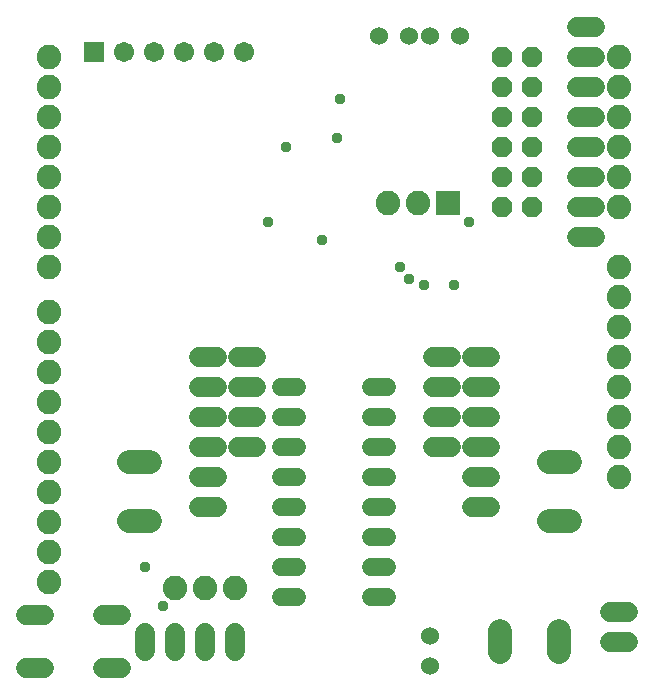
<source format=gbr>
G04 EAGLE Gerber RS-274X export*
G75*
%MOMM*%
%FSLAX34Y34*%
%LPD*%
%INSoldermask Bottom*%
%IPPOS*%
%AMOC8*
5,1,8,0,0,1.08239X$1,22.5*%
G01*
%ADD10C,2.082800*%
%ADD11C,1.993900*%
%ADD12C,1.524000*%
%ADD13C,1.727200*%
%ADD14P,1.869504X8X292.500000*%
%ADD15R,2.082800X2.082800*%
%ADD16C,1.524000*%
%ADD17C,1.711200*%
%ADD18R,1.711200X1.711200*%
%ADD19C,0.959600*%


D10*
X520700Y241300D03*
X520700Y266700D03*
X520700Y292100D03*
X520700Y317500D03*
X520700Y342900D03*
X520700Y368300D03*
X520700Y419100D03*
X520700Y444500D03*
X520700Y469900D03*
X520700Y495300D03*
X520700Y520700D03*
X520700Y546100D03*
X38100Y546100D03*
X38100Y520700D03*
X38100Y495300D03*
X38100Y469900D03*
X38100Y444500D03*
X38100Y419100D03*
X38100Y393700D03*
X38100Y368300D03*
X38100Y330200D03*
X38100Y304800D03*
X38100Y279400D03*
X38100Y254000D03*
X38100Y228600D03*
X38100Y203200D03*
X38100Y177800D03*
X38100Y152400D03*
X38100Y127000D03*
X38100Y101600D03*
X520700Y215900D03*
X520700Y190500D03*
D11*
X419500Y59754D02*
X419500Y41847D01*
X469500Y41847D02*
X469500Y59754D01*
D12*
X324104Y88900D02*
X310896Y88900D01*
X310896Y114300D02*
X324104Y114300D01*
X324104Y241300D02*
X310896Y241300D01*
X310896Y266700D02*
X324104Y266700D01*
X324104Y139700D02*
X310896Y139700D01*
X310896Y165100D02*
X324104Y165100D01*
X324104Y215900D02*
X310896Y215900D01*
X310896Y190500D02*
X324104Y190500D01*
X247904Y266700D02*
X234696Y266700D01*
X234696Y241300D02*
X247904Y241300D01*
X247904Y215900D02*
X234696Y215900D01*
X234696Y190500D02*
X247904Y190500D01*
X247904Y165100D02*
X234696Y165100D01*
X234696Y139700D02*
X247904Y139700D01*
X247904Y114300D02*
X234696Y114300D01*
X234696Y88900D02*
X247904Y88900D01*
D11*
X123254Y152800D02*
X105347Y152800D01*
X105347Y202800D02*
X123254Y202800D01*
D13*
X165100Y165100D02*
X180340Y165100D01*
X180340Y190500D02*
X165100Y190500D01*
X165100Y215900D02*
X180340Y215900D01*
X180340Y241300D02*
X165100Y241300D01*
X165100Y266700D02*
X180340Y266700D01*
X180340Y292100D02*
X165100Y292100D01*
X396240Y165100D02*
X411480Y165100D01*
X411480Y190500D02*
X396240Y190500D01*
X396240Y215900D02*
X411480Y215900D01*
X411480Y241300D02*
X396240Y241300D01*
X396240Y266700D02*
X411480Y266700D01*
X411480Y292100D02*
X396240Y292100D01*
D11*
X460947Y152800D02*
X478854Y152800D01*
X478854Y202800D02*
X460947Y202800D01*
D14*
X421640Y546100D03*
X447040Y546100D03*
X421640Y520700D03*
X447040Y520700D03*
X421640Y495300D03*
X447040Y495300D03*
X421640Y469900D03*
X447040Y469900D03*
X421640Y444500D03*
X447040Y444500D03*
X421640Y419100D03*
X447040Y419100D03*
D13*
X513080Y50800D02*
X528320Y50800D01*
X528320Y76200D02*
X513080Y76200D01*
X98552Y28194D02*
X83312Y28194D01*
X83312Y73406D02*
X98552Y73406D01*
X33528Y28194D02*
X18288Y28194D01*
X18288Y73406D02*
X33528Y73406D01*
X195580Y58420D02*
X195580Y43180D01*
X170180Y43180D02*
X170180Y58420D01*
X144780Y58420D02*
X144780Y43180D01*
X119380Y43180D02*
X119380Y58420D01*
X485140Y393700D02*
X500380Y393700D01*
X500380Y419100D02*
X485140Y419100D01*
X485140Y444500D02*
X500380Y444500D01*
X500380Y469900D02*
X485140Y469900D01*
X485140Y495300D02*
X500380Y495300D01*
X500380Y520700D02*
X485140Y520700D01*
X485140Y546100D02*
X500380Y546100D01*
X500380Y571500D02*
X485140Y571500D01*
D10*
X195580Y96520D03*
X170180Y96520D03*
X144780Y96520D03*
D13*
X363220Y215900D02*
X378460Y215900D01*
X378460Y241300D02*
X363220Y241300D01*
X363220Y266700D02*
X378460Y266700D01*
X378460Y292100D02*
X363220Y292100D01*
X213360Y215900D02*
X198120Y215900D01*
X198120Y241300D02*
X213360Y241300D01*
X213360Y266700D02*
X198120Y266700D01*
X198120Y292100D02*
X213360Y292100D01*
D15*
X375920Y421790D03*
D10*
X350520Y421790D03*
X325120Y421790D03*
D16*
X317500Y563880D03*
X342900Y563880D03*
X360680Y563880D03*
X386080Y563880D03*
X360680Y55880D03*
X360680Y30480D03*
D17*
X101600Y549910D03*
D18*
X76200Y549910D03*
D17*
X127000Y549910D03*
X152400Y549910D03*
X177800Y549910D03*
X203200Y549910D03*
D19*
X335280Y368300D03*
X119380Y114300D03*
X134620Y81280D03*
X381000Y353060D03*
X355600Y353060D03*
X269240Y391160D03*
X223520Y406400D03*
X342900Y358140D03*
X393700Y406400D03*
X238760Y469900D03*
X281940Y477520D03*
X284480Y510540D03*
M02*

</source>
